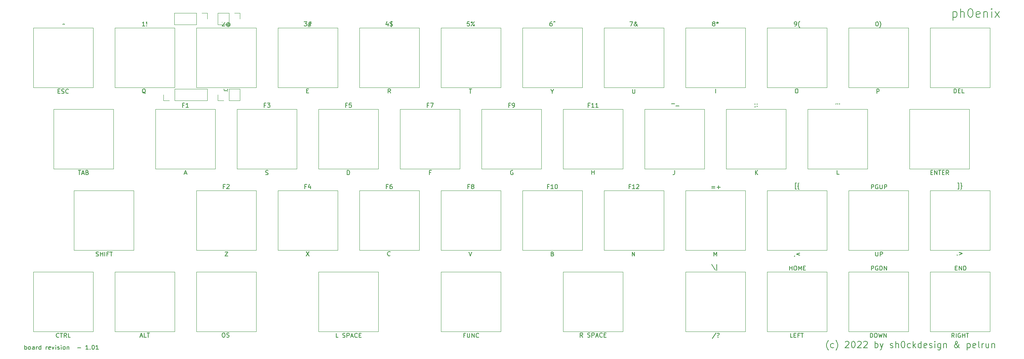
<source format=gto>
G04 #@! TF.GenerationSoftware,KiCad,Pcbnew,(6.0.2-0)*
G04 #@! TF.CreationDate,2022-07-23T12:51:23+10:00*
G04 #@! TF.ProjectId,keyboard-with-attached-pico,6b657962-6f61-4726-942d-776974682d61,1.01*
G04 #@! TF.SameCoordinates,Original*
G04 #@! TF.FileFunction,Legend,Top*
G04 #@! TF.FilePolarity,Positive*
%FSLAX46Y46*%
G04 Gerber Fmt 4.6, Leading zero omitted, Abs format (unit mm)*
G04 Created by KiCad (PCBNEW (6.0.2-0)) date 2022-07-23 12:51:23*
%MOMM*%
%LPD*%
G01*
G04 APERTURE LIST*
%ADD10C,0.150000*%
%ADD11C,0.120000*%
%ADD12C,1.700000*%
%ADD13C,4.000000*%
%ADD14C,2.200000*%
%ADD15C,3.200000*%
%ADD16R,1.700000X1.700000*%
%ADD17O,1.700000X1.700000*%
%ADD18C,3.050000*%
G04 APERTURE END LIST*
D10*
X98338761Y-193238380D02*
X98338761Y-192238380D01*
X98338761Y-192619333D02*
X98434000Y-192571714D01*
X98624476Y-192571714D01*
X98719714Y-192619333D01*
X98767333Y-192666952D01*
X98814952Y-192762190D01*
X98814952Y-193047904D01*
X98767333Y-193143142D01*
X98719714Y-193190761D01*
X98624476Y-193238380D01*
X98434000Y-193238380D01*
X98338761Y-193190761D01*
X99386380Y-193238380D02*
X99291142Y-193190761D01*
X99243523Y-193143142D01*
X99195904Y-193047904D01*
X99195904Y-192762190D01*
X99243523Y-192666952D01*
X99291142Y-192619333D01*
X99386380Y-192571714D01*
X99529238Y-192571714D01*
X99624476Y-192619333D01*
X99672095Y-192666952D01*
X99719714Y-192762190D01*
X99719714Y-193047904D01*
X99672095Y-193143142D01*
X99624476Y-193190761D01*
X99529238Y-193238380D01*
X99386380Y-193238380D01*
X100576857Y-193238380D02*
X100576857Y-192714571D01*
X100529238Y-192619333D01*
X100434000Y-192571714D01*
X100243523Y-192571714D01*
X100148285Y-192619333D01*
X100576857Y-193190761D02*
X100481619Y-193238380D01*
X100243523Y-193238380D01*
X100148285Y-193190761D01*
X100100666Y-193095523D01*
X100100666Y-193000285D01*
X100148285Y-192905047D01*
X100243523Y-192857428D01*
X100481619Y-192857428D01*
X100576857Y-192809809D01*
X101053047Y-193238380D02*
X101053047Y-192571714D01*
X101053047Y-192762190D02*
X101100666Y-192666952D01*
X101148285Y-192619333D01*
X101243523Y-192571714D01*
X101338761Y-192571714D01*
X102100666Y-193238380D02*
X102100666Y-192238380D01*
X102100666Y-193190761D02*
X102005428Y-193238380D01*
X101814952Y-193238380D01*
X101719714Y-193190761D01*
X101672095Y-193143142D01*
X101624476Y-193047904D01*
X101624476Y-192762190D01*
X101672095Y-192666952D01*
X101719714Y-192619333D01*
X101814952Y-192571714D01*
X102005428Y-192571714D01*
X102100666Y-192619333D01*
X103338761Y-193238380D02*
X103338761Y-192571714D01*
X103338761Y-192762190D02*
X103386380Y-192666952D01*
X103434000Y-192619333D01*
X103529238Y-192571714D01*
X103624476Y-192571714D01*
X104338761Y-193190761D02*
X104243523Y-193238380D01*
X104053047Y-193238380D01*
X103957809Y-193190761D01*
X103910190Y-193095523D01*
X103910190Y-192714571D01*
X103957809Y-192619333D01*
X104053047Y-192571714D01*
X104243523Y-192571714D01*
X104338761Y-192619333D01*
X104386380Y-192714571D01*
X104386380Y-192809809D01*
X103910190Y-192905047D01*
X104719714Y-192571714D02*
X104957809Y-193238380D01*
X105195904Y-192571714D01*
X105576857Y-193238380D02*
X105576857Y-192571714D01*
X105576857Y-192238380D02*
X105529238Y-192286000D01*
X105576857Y-192333619D01*
X105624476Y-192286000D01*
X105576857Y-192238380D01*
X105576857Y-192333619D01*
X106005428Y-193190761D02*
X106100666Y-193238380D01*
X106291142Y-193238380D01*
X106386380Y-193190761D01*
X106434000Y-193095523D01*
X106434000Y-193047904D01*
X106386380Y-192952666D01*
X106291142Y-192905047D01*
X106148285Y-192905047D01*
X106053047Y-192857428D01*
X106005428Y-192762190D01*
X106005428Y-192714571D01*
X106053047Y-192619333D01*
X106148285Y-192571714D01*
X106291142Y-192571714D01*
X106386380Y-192619333D01*
X106862571Y-193238380D02*
X106862571Y-192571714D01*
X106862571Y-192238380D02*
X106814952Y-192286000D01*
X106862571Y-192333619D01*
X106910190Y-192286000D01*
X106862571Y-192238380D01*
X106862571Y-192333619D01*
X107481619Y-193238380D02*
X107386380Y-193190761D01*
X107338761Y-193143142D01*
X107291142Y-193047904D01*
X107291142Y-192762190D01*
X107338761Y-192666952D01*
X107386380Y-192619333D01*
X107481619Y-192571714D01*
X107624476Y-192571714D01*
X107719714Y-192619333D01*
X107767333Y-192666952D01*
X107814952Y-192762190D01*
X107814952Y-193047904D01*
X107767333Y-193143142D01*
X107719714Y-193190761D01*
X107624476Y-193238380D01*
X107481619Y-193238380D01*
X108243523Y-192571714D02*
X108243523Y-193238380D01*
X108243523Y-192666952D02*
X108291142Y-192619333D01*
X108386380Y-192571714D01*
X108529238Y-192571714D01*
X108624476Y-192619333D01*
X108672095Y-192714571D01*
X108672095Y-193238380D01*
X110672095Y-192857428D02*
X111434000Y-192857428D01*
X113195904Y-193238380D02*
X112624476Y-193238380D01*
X112910190Y-193238380D02*
X112910190Y-192238380D01*
X112814952Y-192381238D01*
X112719714Y-192476476D01*
X112624476Y-192524095D01*
X113624476Y-193143142D02*
X113672095Y-193190761D01*
X113624476Y-193238380D01*
X113576857Y-193190761D01*
X113624476Y-193143142D01*
X113624476Y-193238380D01*
X114291142Y-192238380D02*
X114386380Y-192238380D01*
X114481619Y-192286000D01*
X114529238Y-192333619D01*
X114576857Y-192428857D01*
X114624476Y-192619333D01*
X114624476Y-192857428D01*
X114576857Y-193047904D01*
X114529238Y-193143142D01*
X114481619Y-193190761D01*
X114386380Y-193238380D01*
X114291142Y-193238380D01*
X114195904Y-193190761D01*
X114148285Y-193143142D01*
X114100666Y-193047904D01*
X114053047Y-192857428D01*
X114053047Y-192619333D01*
X114100666Y-192428857D01*
X114148285Y-192333619D01*
X114195904Y-192286000D01*
X114291142Y-192238380D01*
X115576857Y-193238380D02*
X115005428Y-193238380D01*
X115291142Y-193238380D02*
X115291142Y-192238380D01*
X115195904Y-192381238D01*
X115100666Y-192476476D01*
X115005428Y-192524095D01*
X315214666Y-114125428D02*
X315214666Y-116125428D01*
X315214666Y-114220666D02*
X315405142Y-114125428D01*
X315786095Y-114125428D01*
X315976571Y-114220666D01*
X316071809Y-114315904D01*
X316167047Y-114506380D01*
X316167047Y-115077809D01*
X316071809Y-115268285D01*
X315976571Y-115363523D01*
X315786095Y-115458761D01*
X315405142Y-115458761D01*
X315214666Y-115363523D01*
X317024190Y-115458761D02*
X317024190Y-113458761D01*
X317881333Y-115458761D02*
X317881333Y-114411142D01*
X317786095Y-114220666D01*
X317595619Y-114125428D01*
X317309904Y-114125428D01*
X317119428Y-114220666D01*
X317024190Y-114315904D01*
X319214666Y-113458761D02*
X319405142Y-113458761D01*
X319595619Y-113554000D01*
X319690857Y-113649238D01*
X319786095Y-113839714D01*
X319881333Y-114220666D01*
X319881333Y-114696857D01*
X319786095Y-115077809D01*
X319690857Y-115268285D01*
X319595619Y-115363523D01*
X319405142Y-115458761D01*
X319214666Y-115458761D01*
X319024190Y-115363523D01*
X318928952Y-115268285D01*
X318833714Y-115077809D01*
X318738476Y-114696857D01*
X318738476Y-114220666D01*
X318833714Y-113839714D01*
X318928952Y-113649238D01*
X319024190Y-113554000D01*
X319214666Y-113458761D01*
X321500380Y-115363523D02*
X321309904Y-115458761D01*
X320928952Y-115458761D01*
X320738476Y-115363523D01*
X320643238Y-115173047D01*
X320643238Y-114411142D01*
X320738476Y-114220666D01*
X320928952Y-114125428D01*
X321309904Y-114125428D01*
X321500380Y-114220666D01*
X321595619Y-114411142D01*
X321595619Y-114601619D01*
X320643238Y-114792095D01*
X322452761Y-114125428D02*
X322452761Y-115458761D01*
X322452761Y-114315904D02*
X322548000Y-114220666D01*
X322738476Y-114125428D01*
X323024190Y-114125428D01*
X323214666Y-114220666D01*
X323309904Y-114411142D01*
X323309904Y-115458761D01*
X324262285Y-115458761D02*
X324262285Y-114125428D01*
X324262285Y-113458761D02*
X324167047Y-113554000D01*
X324262285Y-113649238D01*
X324357523Y-113554000D01*
X324262285Y-113458761D01*
X324262285Y-113649238D01*
X325024190Y-115458761D02*
X326071809Y-114125428D01*
X325024190Y-114125428D02*
X326071809Y-115458761D01*
X286150297Y-193412046D02*
X286078869Y-193340617D01*
X285936011Y-193126331D01*
X285864583Y-192983474D01*
X285793154Y-192769188D01*
X285721726Y-192412046D01*
X285721726Y-192126331D01*
X285793154Y-191769188D01*
X285864583Y-191554903D01*
X285936011Y-191412046D01*
X286078869Y-191197760D01*
X286150297Y-191126331D01*
X287364583Y-192769188D02*
X287221726Y-192840617D01*
X286936011Y-192840617D01*
X286793154Y-192769188D01*
X286721726Y-192697760D01*
X286650297Y-192554903D01*
X286650297Y-192126331D01*
X286721726Y-191983474D01*
X286793154Y-191912046D01*
X286936011Y-191840617D01*
X287221726Y-191840617D01*
X287364583Y-191912046D01*
X287864583Y-193412046D02*
X287936011Y-193340617D01*
X288078869Y-193126331D01*
X288150297Y-192983474D01*
X288221726Y-192769188D01*
X288293154Y-192412046D01*
X288293154Y-192126331D01*
X288221726Y-191769188D01*
X288150297Y-191554903D01*
X288078869Y-191412046D01*
X287936011Y-191197760D01*
X287864583Y-191126331D01*
X290078869Y-191483474D02*
X290150297Y-191412046D01*
X290293154Y-191340617D01*
X290650297Y-191340617D01*
X290793154Y-191412046D01*
X290864583Y-191483474D01*
X290936011Y-191626331D01*
X290936011Y-191769188D01*
X290864583Y-191983474D01*
X290007440Y-192840617D01*
X290936011Y-192840617D01*
X291864583Y-191340617D02*
X292007440Y-191340617D01*
X292150297Y-191412046D01*
X292221726Y-191483474D01*
X292293154Y-191626331D01*
X292364583Y-191912046D01*
X292364583Y-192269188D01*
X292293154Y-192554903D01*
X292221726Y-192697760D01*
X292150297Y-192769188D01*
X292007440Y-192840617D01*
X291864583Y-192840617D01*
X291721726Y-192769188D01*
X291650297Y-192697760D01*
X291578869Y-192554903D01*
X291507440Y-192269188D01*
X291507440Y-191912046D01*
X291578869Y-191626331D01*
X291650297Y-191483474D01*
X291721726Y-191412046D01*
X291864583Y-191340617D01*
X292936011Y-191483474D02*
X293007440Y-191412046D01*
X293150297Y-191340617D01*
X293507440Y-191340617D01*
X293650297Y-191412046D01*
X293721726Y-191483474D01*
X293793154Y-191626331D01*
X293793154Y-191769188D01*
X293721726Y-191983474D01*
X292864583Y-192840617D01*
X293793154Y-192840617D01*
X294364583Y-191483474D02*
X294436011Y-191412046D01*
X294578869Y-191340617D01*
X294936011Y-191340617D01*
X295078869Y-191412046D01*
X295150297Y-191483474D01*
X295221726Y-191626331D01*
X295221726Y-191769188D01*
X295150297Y-191983474D01*
X294293154Y-192840617D01*
X295221726Y-192840617D01*
X297007440Y-192840617D02*
X297007440Y-191340617D01*
X297007440Y-191912046D02*
X297150297Y-191840617D01*
X297436011Y-191840617D01*
X297578869Y-191912046D01*
X297650297Y-191983474D01*
X297721726Y-192126331D01*
X297721726Y-192554903D01*
X297650297Y-192697760D01*
X297578869Y-192769188D01*
X297436011Y-192840617D01*
X297150297Y-192840617D01*
X297007440Y-192769188D01*
X298221726Y-191840617D02*
X298578869Y-192840617D01*
X298936011Y-191840617D02*
X298578869Y-192840617D01*
X298436011Y-193197760D01*
X298364583Y-193269188D01*
X298221726Y-193340617D01*
X300578869Y-192769188D02*
X300721726Y-192840617D01*
X301007440Y-192840617D01*
X301150297Y-192769188D01*
X301221726Y-192626331D01*
X301221726Y-192554903D01*
X301150297Y-192412046D01*
X301007440Y-192340617D01*
X300793154Y-192340617D01*
X300650297Y-192269188D01*
X300578869Y-192126331D01*
X300578869Y-192054903D01*
X300650297Y-191912046D01*
X300793154Y-191840617D01*
X301007440Y-191840617D01*
X301150297Y-191912046D01*
X301864583Y-192840617D02*
X301864583Y-191340617D01*
X302507440Y-192840617D02*
X302507440Y-192054903D01*
X302436011Y-191912046D01*
X302293154Y-191840617D01*
X302078869Y-191840617D01*
X301936011Y-191912046D01*
X301864583Y-191983474D01*
X303507440Y-191340617D02*
X303650297Y-191340617D01*
X303793154Y-191412046D01*
X303864583Y-191483474D01*
X303936011Y-191626331D01*
X304007440Y-191912046D01*
X304007440Y-192269188D01*
X303936011Y-192554903D01*
X303864583Y-192697760D01*
X303793154Y-192769188D01*
X303650297Y-192840617D01*
X303507440Y-192840617D01*
X303364583Y-192769188D01*
X303293154Y-192697760D01*
X303221726Y-192554903D01*
X303150297Y-192269188D01*
X303150297Y-191912046D01*
X303221726Y-191626331D01*
X303293154Y-191483474D01*
X303364583Y-191412046D01*
X303507440Y-191340617D01*
X305293154Y-192769188D02*
X305150297Y-192840617D01*
X304864583Y-192840617D01*
X304721726Y-192769188D01*
X304650297Y-192697760D01*
X304578869Y-192554903D01*
X304578869Y-192126331D01*
X304650297Y-191983474D01*
X304721726Y-191912046D01*
X304864583Y-191840617D01*
X305150297Y-191840617D01*
X305293154Y-191912046D01*
X305936011Y-192840617D02*
X305936011Y-191340617D01*
X306078869Y-192269188D02*
X306507440Y-192840617D01*
X306507440Y-191840617D02*
X305936011Y-192412046D01*
X307793154Y-192840617D02*
X307793154Y-191340617D01*
X307793154Y-192769188D02*
X307650297Y-192840617D01*
X307364583Y-192840617D01*
X307221726Y-192769188D01*
X307150297Y-192697760D01*
X307078869Y-192554903D01*
X307078869Y-192126331D01*
X307150297Y-191983474D01*
X307221726Y-191912046D01*
X307364583Y-191840617D01*
X307650297Y-191840617D01*
X307793154Y-191912046D01*
X309078869Y-192769188D02*
X308936011Y-192840617D01*
X308650297Y-192840617D01*
X308507440Y-192769188D01*
X308436011Y-192626331D01*
X308436011Y-192054903D01*
X308507440Y-191912046D01*
X308650297Y-191840617D01*
X308936011Y-191840617D01*
X309078869Y-191912046D01*
X309150297Y-192054903D01*
X309150297Y-192197760D01*
X308436011Y-192340617D01*
X309721726Y-192769188D02*
X309864583Y-192840617D01*
X310150297Y-192840617D01*
X310293154Y-192769188D01*
X310364583Y-192626331D01*
X310364583Y-192554903D01*
X310293154Y-192412046D01*
X310150297Y-192340617D01*
X309936011Y-192340617D01*
X309793154Y-192269188D01*
X309721726Y-192126331D01*
X309721726Y-192054903D01*
X309793154Y-191912046D01*
X309936011Y-191840617D01*
X310150297Y-191840617D01*
X310293154Y-191912046D01*
X311007440Y-192840617D02*
X311007440Y-191840617D01*
X311007440Y-191340617D02*
X310936011Y-191412046D01*
X311007440Y-191483474D01*
X311078869Y-191412046D01*
X311007440Y-191340617D01*
X311007440Y-191483474D01*
X312364583Y-191840617D02*
X312364583Y-193054903D01*
X312293154Y-193197760D01*
X312221726Y-193269188D01*
X312078869Y-193340617D01*
X311864583Y-193340617D01*
X311721726Y-193269188D01*
X312364583Y-192769188D02*
X312221726Y-192840617D01*
X311936011Y-192840617D01*
X311793154Y-192769188D01*
X311721726Y-192697760D01*
X311650297Y-192554903D01*
X311650297Y-192126331D01*
X311721726Y-191983474D01*
X311793154Y-191912046D01*
X311936011Y-191840617D01*
X312221726Y-191840617D01*
X312364583Y-191912046D01*
X313078869Y-191840617D02*
X313078869Y-192840617D01*
X313078869Y-191983474D02*
X313150297Y-191912046D01*
X313293154Y-191840617D01*
X313507440Y-191840617D01*
X313650297Y-191912046D01*
X313721726Y-192054903D01*
X313721726Y-192840617D01*
X316793154Y-192840617D02*
X316721726Y-192840617D01*
X316578869Y-192769188D01*
X316364583Y-192554903D01*
X316007440Y-192126331D01*
X315864583Y-191912046D01*
X315793154Y-191697760D01*
X315793154Y-191554903D01*
X315864583Y-191412046D01*
X316007440Y-191340617D01*
X316078869Y-191340617D01*
X316221726Y-191412046D01*
X316293154Y-191554903D01*
X316293154Y-191626331D01*
X316221726Y-191769188D01*
X316150297Y-191840617D01*
X315721726Y-192126331D01*
X315650297Y-192197760D01*
X315578869Y-192340617D01*
X315578869Y-192554903D01*
X315650297Y-192697760D01*
X315721726Y-192769188D01*
X315864583Y-192840617D01*
X316078869Y-192840617D01*
X316221726Y-192769188D01*
X316293154Y-192697760D01*
X316507440Y-192412046D01*
X316578869Y-192197760D01*
X316578869Y-192054903D01*
X318578869Y-191840617D02*
X318578869Y-193340617D01*
X318578869Y-191912046D02*
X318721726Y-191840617D01*
X319007440Y-191840617D01*
X319150297Y-191912046D01*
X319221726Y-191983474D01*
X319293154Y-192126331D01*
X319293154Y-192554903D01*
X319221726Y-192697760D01*
X319150297Y-192769188D01*
X319007440Y-192840617D01*
X318721726Y-192840617D01*
X318578869Y-192769188D01*
X320507440Y-192769188D02*
X320364583Y-192840617D01*
X320078869Y-192840617D01*
X319936011Y-192769188D01*
X319864583Y-192626331D01*
X319864583Y-192054903D01*
X319936011Y-191912046D01*
X320078869Y-191840617D01*
X320364583Y-191840617D01*
X320507440Y-191912046D01*
X320578869Y-192054903D01*
X320578869Y-192197760D01*
X319864583Y-192340617D01*
X321436011Y-192840617D02*
X321293154Y-192769188D01*
X321221726Y-192626331D01*
X321221726Y-191340617D01*
X322007440Y-192840617D02*
X322007440Y-191840617D01*
X322007440Y-192126331D02*
X322078869Y-191983474D01*
X322150297Y-191912046D01*
X322293154Y-191840617D01*
X322436011Y-191840617D01*
X323578869Y-191840617D02*
X323578869Y-192840617D01*
X322936011Y-191840617D02*
X322936011Y-192626331D01*
X323007440Y-192769188D01*
X323150297Y-192840617D01*
X323364583Y-192840617D01*
X323507440Y-192769188D01*
X323578869Y-192697760D01*
X324293154Y-191840617D02*
X324293154Y-192840617D01*
X324293154Y-191983474D02*
X324364583Y-191912046D01*
X324507440Y-191840617D01*
X324721726Y-191840617D01*
X324864583Y-191912046D01*
X324936011Y-192054903D01*
X324936011Y-192840617D01*
X249428095Y-135707428D02*
X250190000Y-135707428D01*
X250428095Y-136183619D02*
X251190000Y-136183619D01*
X296156285Y-174696380D02*
X296156285Y-173696380D01*
X296537238Y-173696380D01*
X296632476Y-173744000D01*
X296680095Y-173791619D01*
X296727714Y-173886857D01*
X296727714Y-174029714D01*
X296680095Y-174124952D01*
X296632476Y-174172571D01*
X296537238Y-174220190D01*
X296156285Y-174220190D01*
X297680095Y-173744000D02*
X297584857Y-173696380D01*
X297442000Y-173696380D01*
X297299142Y-173744000D01*
X297203904Y-173839238D01*
X297156285Y-173934476D01*
X297108666Y-174124952D01*
X297108666Y-174267809D01*
X297156285Y-174458285D01*
X297203904Y-174553523D01*
X297299142Y-174648761D01*
X297442000Y-174696380D01*
X297537238Y-174696380D01*
X297680095Y-174648761D01*
X297727714Y-174601142D01*
X297727714Y-174267809D01*
X297537238Y-174267809D01*
X298156285Y-174696380D02*
X298156285Y-173696380D01*
X298394380Y-173696380D01*
X298537238Y-173744000D01*
X298632476Y-173839238D01*
X298680095Y-173934476D01*
X298727714Y-174124952D01*
X298727714Y-174267809D01*
X298680095Y-174458285D01*
X298632476Y-174553523D01*
X298537238Y-174648761D01*
X298394380Y-174696380D01*
X298156285Y-174696380D01*
X299156285Y-174696380D02*
X299156285Y-173696380D01*
X299727714Y-174696380D01*
X299727714Y-173696380D01*
X287956666Y-135596380D02*
X287861428Y-135786857D01*
X288337619Y-135596380D02*
X288337619Y-135786857D01*
X288718571Y-135596380D02*
X288718571Y-135786857D01*
X315753904Y-174172571D02*
X316087238Y-174172571D01*
X316230095Y-174696380D02*
X315753904Y-174696380D01*
X315753904Y-173696380D01*
X316230095Y-173696380D01*
X316658666Y-174696380D02*
X316658666Y-173696380D01*
X317230095Y-174696380D01*
X317230095Y-173696380D01*
X317706285Y-174696380D02*
X317706285Y-173696380D01*
X317944380Y-173696380D01*
X318087238Y-173744000D01*
X318182476Y-173839238D01*
X318230095Y-173934476D01*
X318277714Y-174124952D01*
X318277714Y-174267809D01*
X318230095Y-174458285D01*
X318182476Y-174553523D01*
X318087238Y-174648761D01*
X317944380Y-174696380D01*
X317706285Y-174696380D01*
X106109523Y-132758571D02*
X106442857Y-132758571D01*
X106585714Y-133282380D02*
X106109523Y-133282380D01*
X106109523Y-132282380D01*
X106585714Y-132282380D01*
X106966666Y-133234761D02*
X107109523Y-133282380D01*
X107347619Y-133282380D01*
X107442857Y-133234761D01*
X107490476Y-133187142D01*
X107538095Y-133091904D01*
X107538095Y-132996666D01*
X107490476Y-132901428D01*
X107442857Y-132853809D01*
X107347619Y-132806190D01*
X107157142Y-132758571D01*
X107061904Y-132710952D01*
X107014285Y-132663333D01*
X106966666Y-132568095D01*
X106966666Y-132472857D01*
X107014285Y-132377619D01*
X107061904Y-132330000D01*
X107157142Y-132282380D01*
X107395238Y-132282380D01*
X107538095Y-132330000D01*
X108538095Y-133187142D02*
X108490476Y-133234761D01*
X108347619Y-133282380D01*
X108252380Y-133282380D01*
X108109523Y-133234761D01*
X108014285Y-133139523D01*
X107966666Y-133044285D01*
X107919047Y-132853809D01*
X107919047Y-132710952D01*
X107966666Y-132520476D01*
X108014285Y-132425238D01*
X108109523Y-132330000D01*
X108252380Y-132282380D01*
X108347619Y-132282380D01*
X108490476Y-132330000D01*
X108538095Y-132377619D01*
X212391904Y-151380000D02*
X212296666Y-151332380D01*
X212153809Y-151332380D01*
X212010952Y-151380000D01*
X211915714Y-151475238D01*
X211868095Y-151570476D01*
X211820476Y-151760952D01*
X211820476Y-151903809D01*
X211868095Y-152094285D01*
X211915714Y-152189523D01*
X212010952Y-152284761D01*
X212153809Y-152332380D01*
X212249047Y-152332380D01*
X212391904Y-152284761D01*
X212439523Y-152237142D01*
X212439523Y-151903809D01*
X212249047Y-151903809D01*
X277058666Y-174696380D02*
X277058666Y-173696380D01*
X277058666Y-174172571D02*
X277630095Y-174172571D01*
X277630095Y-174696380D02*
X277630095Y-173696380D01*
X278296761Y-173696380D02*
X278487238Y-173696380D01*
X278582476Y-173744000D01*
X278677714Y-173839238D01*
X278725333Y-174029714D01*
X278725333Y-174363047D01*
X278677714Y-174553523D01*
X278582476Y-174648761D01*
X278487238Y-174696380D01*
X278296761Y-174696380D01*
X278201523Y-174648761D01*
X278106285Y-174553523D01*
X278058666Y-174363047D01*
X278058666Y-174029714D01*
X278106285Y-173839238D01*
X278201523Y-173744000D01*
X278296761Y-173696380D01*
X279153904Y-174696380D02*
X279153904Y-173696380D01*
X279487238Y-174410666D01*
X279820571Y-173696380D01*
X279820571Y-174696380D01*
X280296761Y-174172571D02*
X280630095Y-174172571D01*
X280772952Y-174696380D02*
X280296761Y-174696380D01*
X280296761Y-173696380D01*
X280772952Y-173696380D01*
X126550952Y-133307619D02*
X126455714Y-133260000D01*
X126360476Y-133164761D01*
X126217619Y-133021904D01*
X126122380Y-132974285D01*
X126027142Y-132974285D01*
X126074761Y-133212380D02*
X125979523Y-133164761D01*
X125884285Y-133069523D01*
X125836666Y-132879047D01*
X125836666Y-132545714D01*
X125884285Y-132355238D01*
X125979523Y-132260000D01*
X126074761Y-132212380D01*
X126265238Y-132212380D01*
X126360476Y-132260000D01*
X126455714Y-132355238D01*
X126503333Y-132545714D01*
X126503333Y-132879047D01*
X126455714Y-133069523D01*
X126360476Y-133164761D01*
X126265238Y-133212380D01*
X126074761Y-133212380D01*
X240284285Y-171392380D02*
X240284285Y-170392380D01*
X240855714Y-171392380D01*
X240855714Y-170392380D01*
X269049523Y-136294761D02*
X269049523Y-136342380D01*
X269001904Y-136437619D01*
X268954285Y-136485238D01*
X269001904Y-135723333D02*
X269049523Y-135770952D01*
X269001904Y-135818571D01*
X268954285Y-135770952D01*
X269001904Y-135723333D01*
X269001904Y-135818571D01*
X269478095Y-136247142D02*
X269525714Y-136294761D01*
X269478095Y-136342380D01*
X269430476Y-136294761D01*
X269478095Y-136247142D01*
X269478095Y-136342380D01*
X269478095Y-135723333D02*
X269525714Y-135770952D01*
X269478095Y-135818571D01*
X269430476Y-135770952D01*
X269478095Y-135723333D01*
X269478095Y-135818571D01*
X221610000Y-132826190D02*
X221610000Y-133302380D01*
X221276666Y-132302380D02*
X221610000Y-132826190D01*
X221943333Y-132302380D01*
X221661428Y-170868571D02*
X221804285Y-170916190D01*
X221851904Y-170963809D01*
X221899523Y-171059047D01*
X221899523Y-171201904D01*
X221851904Y-171297142D01*
X221804285Y-171344761D01*
X221709047Y-171392380D01*
X221328095Y-171392380D01*
X221328095Y-170392380D01*
X221661428Y-170392380D01*
X221756666Y-170440000D01*
X221804285Y-170487619D01*
X221851904Y-170582857D01*
X221851904Y-170678095D01*
X221804285Y-170773333D01*
X221756666Y-170820952D01*
X221661428Y-170868571D01*
X221328095Y-170868571D01*
X154624285Y-152284761D02*
X154767142Y-152332380D01*
X155005238Y-152332380D01*
X155100476Y-152284761D01*
X155148095Y-152237142D01*
X155195714Y-152141904D01*
X155195714Y-152046666D01*
X155148095Y-151951428D01*
X155100476Y-151903809D01*
X155005238Y-151856190D01*
X154814761Y-151808571D01*
X154719523Y-151760952D01*
X154671904Y-151713333D01*
X154624285Y-151618095D01*
X154624285Y-151522857D01*
X154671904Y-151427619D01*
X154719523Y-151380000D01*
X154814761Y-151332380D01*
X155052857Y-151332380D01*
X155195714Y-151380000D01*
X230834285Y-152262380D02*
X230834285Y-151262380D01*
X230834285Y-151738571D02*
X231405714Y-151738571D01*
X231405714Y-152262380D02*
X231405714Y-151262380D01*
X278248571Y-171274761D02*
X278248571Y-171322380D01*
X278200952Y-171417619D01*
X278153333Y-171465238D01*
X279439047Y-170655714D02*
X278677142Y-170941428D01*
X279439047Y-171227142D01*
X144911428Y-132212380D02*
X145149523Y-133212380D01*
X145340000Y-132498095D01*
X145530476Y-133212380D01*
X145768571Y-132212380D01*
X135711904Y-151976666D02*
X136188095Y-151976666D01*
X135616666Y-152262380D02*
X135950000Y-151262380D01*
X136283333Y-152262380D01*
X164205714Y-132688571D02*
X164539047Y-132688571D01*
X164681904Y-133212380D02*
X164205714Y-133212380D01*
X164205714Y-132212380D01*
X164681904Y-132212380D01*
X296156285Y-155646380D02*
X296156285Y-154646380D01*
X296537238Y-154646380D01*
X296632476Y-154694000D01*
X296680095Y-154741619D01*
X296727714Y-154836857D01*
X296727714Y-154979714D01*
X296680095Y-155074952D01*
X296632476Y-155122571D01*
X296537238Y-155170190D01*
X296156285Y-155170190D01*
X297680095Y-154694000D02*
X297584857Y-154646380D01*
X297442000Y-154646380D01*
X297299142Y-154694000D01*
X297203904Y-154789238D01*
X297156285Y-154884476D01*
X297108666Y-155074952D01*
X297108666Y-155217809D01*
X297156285Y-155408285D01*
X297203904Y-155503523D01*
X297299142Y-155598761D01*
X297442000Y-155646380D01*
X297537238Y-155646380D01*
X297680095Y-155598761D01*
X297727714Y-155551142D01*
X297727714Y-155217809D01*
X297537238Y-155217809D01*
X298156285Y-154646380D02*
X298156285Y-155455904D01*
X298203904Y-155551142D01*
X298251523Y-155598761D01*
X298346761Y-155646380D01*
X298537238Y-155646380D01*
X298632476Y-155598761D01*
X298680095Y-155551142D01*
X298727714Y-155455904D01*
X298727714Y-154646380D01*
X299203904Y-155646380D02*
X299203904Y-154646380D01*
X299584857Y-154646380D01*
X299680095Y-154694000D01*
X299727714Y-154741619D01*
X299775333Y-154836857D01*
X299775333Y-154979714D01*
X299727714Y-155074952D01*
X299680095Y-155122571D01*
X299584857Y-155170190D01*
X299203904Y-155170190D01*
X164096666Y-170322380D02*
X164763333Y-171322380D01*
X164763333Y-170322380D02*
X164096666Y-171322380D01*
X202204285Y-132282380D02*
X202775714Y-132282380D01*
X202490000Y-133282380D02*
X202490000Y-132282380D01*
X145116666Y-170392380D02*
X145783333Y-170392380D01*
X145116666Y-171392380D01*
X145783333Y-171392380D01*
X193222857Y-151808571D02*
X192889523Y-151808571D01*
X192889523Y-152332380D02*
X192889523Y-151332380D01*
X193365714Y-151332380D01*
X316240952Y-171087142D02*
X316288571Y-171134761D01*
X316240952Y-171182380D01*
X316193333Y-171134761D01*
X316240952Y-171087142D01*
X316240952Y-171182380D01*
X316717142Y-170515714D02*
X317479047Y-170801428D01*
X316717142Y-171087142D01*
X240354285Y-132302380D02*
X240354285Y-133111904D01*
X240401904Y-133207142D01*
X240449523Y-133254761D01*
X240544761Y-133302380D01*
X240735238Y-133302380D01*
X240830476Y-133254761D01*
X240878095Y-133207142D01*
X240925714Y-133111904D01*
X240925714Y-132302380D01*
X297428095Y-133282380D02*
X297428095Y-132282380D01*
X297809047Y-132282380D01*
X297904285Y-132330000D01*
X297951904Y-132377619D01*
X297999523Y-132472857D01*
X297999523Y-132615714D01*
X297951904Y-132710952D01*
X297904285Y-132758571D01*
X297809047Y-132806190D01*
X297428095Y-132806190D01*
X259842000Y-189396761D02*
X258984857Y-190682476D01*
X260318190Y-190349142D02*
X260365809Y-190396761D01*
X260318190Y-190444380D01*
X260270571Y-190396761D01*
X260318190Y-190349142D01*
X260318190Y-190444380D01*
X260127714Y-189492000D02*
X260222952Y-189444380D01*
X260461047Y-189444380D01*
X260556285Y-189492000D01*
X260603904Y-189587238D01*
X260603904Y-189682476D01*
X260556285Y-189777714D01*
X260508666Y-189825333D01*
X260413428Y-189872952D01*
X260365809Y-189920571D01*
X260318190Y-190015809D01*
X260318190Y-190063428D01*
X183729523Y-171227142D02*
X183681904Y-171274761D01*
X183539047Y-171322380D01*
X183443809Y-171322380D01*
X183300952Y-171274761D01*
X183205714Y-171179523D01*
X183158095Y-171084285D01*
X183110476Y-170893809D01*
X183110476Y-170750952D01*
X183158095Y-170560476D01*
X183205714Y-170465238D01*
X183300952Y-170370000D01*
X183443809Y-170322380D01*
X183539047Y-170322380D01*
X183681904Y-170370000D01*
X183729523Y-170417619D01*
X202136666Y-170392380D02*
X202470000Y-171392380D01*
X202803333Y-170392380D01*
X258842000Y-155122571D02*
X259603904Y-155122571D01*
X259603904Y-155408285D02*
X258842000Y-155408285D01*
X260080095Y-155265428D02*
X260842000Y-155265428D01*
X260461047Y-155646380D02*
X260461047Y-154884476D01*
X183819523Y-133212380D02*
X183486190Y-132736190D01*
X183248095Y-133212380D02*
X183248095Y-132212380D01*
X183629047Y-132212380D01*
X183724285Y-132260000D01*
X183771904Y-132307619D01*
X183819523Y-132402857D01*
X183819523Y-132545714D01*
X183771904Y-132640952D01*
X183724285Y-132688571D01*
X183629047Y-132736190D01*
X183248095Y-132736190D01*
X259760000Y-133212380D02*
X259760000Y-132212380D01*
X173698095Y-152332380D02*
X173698095Y-151332380D01*
X173936190Y-151332380D01*
X174079047Y-151380000D01*
X174174285Y-151475238D01*
X174221904Y-151570476D01*
X174269523Y-151760952D01*
X174269523Y-151903809D01*
X174221904Y-152094285D01*
X174174285Y-152189523D01*
X174079047Y-152284761D01*
X173936190Y-152332380D01*
X173698095Y-152332380D01*
X278614761Y-132212380D02*
X278805238Y-132212380D01*
X278900476Y-132260000D01*
X278995714Y-132355238D01*
X279043333Y-132545714D01*
X279043333Y-132879047D01*
X278995714Y-133069523D01*
X278900476Y-133164761D01*
X278805238Y-133212380D01*
X278614761Y-133212380D01*
X278519523Y-133164761D01*
X278424285Y-133069523D01*
X278376666Y-132879047D01*
X278376666Y-132545714D01*
X278424285Y-132355238D01*
X278519523Y-132260000D01*
X278614761Y-132212380D01*
X106862619Y-116450761D02*
X107005476Y-116593619D01*
X107243571Y-117117428D02*
X107291190Y-117069809D01*
X107386428Y-117022190D01*
X107576904Y-117117428D01*
X107672142Y-117069809D01*
X107719761Y-117022190D01*
X126412619Y-117498380D02*
X125841190Y-117498380D01*
X126126904Y-117498380D02*
X126126904Y-116498380D01*
X126031666Y-116641238D01*
X125936428Y-116736476D01*
X125841190Y-116784095D01*
X126841190Y-117403142D02*
X126888809Y-117450761D01*
X126841190Y-117498380D01*
X126793571Y-117450761D01*
X126841190Y-117403142D01*
X126841190Y-117498380D01*
X126841190Y-117117428D02*
X126793571Y-116546000D01*
X126841190Y-116498380D01*
X126888809Y-116546000D01*
X126841190Y-117117428D01*
X126841190Y-116498380D01*
X315470952Y-133212380D02*
X315470952Y-132212380D01*
X315709047Y-132212380D01*
X315851904Y-132260000D01*
X315947142Y-132355238D01*
X315994761Y-132450476D01*
X316042380Y-132640952D01*
X316042380Y-132783809D01*
X315994761Y-132974285D01*
X315947142Y-133069523D01*
X315851904Y-133164761D01*
X315709047Y-133212380D01*
X315470952Y-133212380D01*
X316470952Y-132688571D02*
X316804285Y-132688571D01*
X316947142Y-133212380D02*
X316470952Y-133212380D01*
X316470952Y-132212380D01*
X316947142Y-132212380D01*
X317851904Y-133212380D02*
X317375714Y-133212380D01*
X317375714Y-132212380D01*
X192706666Y-136024571D02*
X192373333Y-136024571D01*
X192373333Y-136548380D02*
X192373333Y-135548380D01*
X192849523Y-135548380D01*
X193135238Y-135548380D02*
X193801904Y-135548380D01*
X193373333Y-136548380D01*
X250202857Y-151332380D02*
X250202857Y-152046666D01*
X250155238Y-152189523D01*
X250060000Y-152284761D01*
X249917142Y-152332380D01*
X249821904Y-152332380D01*
X297154285Y-170392380D02*
X297154285Y-171201904D01*
X297201904Y-171297142D01*
X297249523Y-171344761D01*
X297344761Y-171392380D01*
X297535238Y-171392380D01*
X297630476Y-171344761D01*
X297678095Y-171297142D01*
X297725714Y-171201904D01*
X297725714Y-170392380D01*
X298201904Y-171392380D02*
X298201904Y-170392380D01*
X298582857Y-170392380D01*
X298678095Y-170440000D01*
X298725714Y-170487619D01*
X298773333Y-170582857D01*
X298773333Y-170725714D01*
X298725714Y-170820952D01*
X298678095Y-170868571D01*
X298582857Y-170916190D01*
X298201904Y-170916190D01*
X297434047Y-116498380D02*
X297529285Y-116498380D01*
X297624523Y-116546000D01*
X297672142Y-116593619D01*
X297719761Y-116688857D01*
X297767380Y-116879333D01*
X297767380Y-117117428D01*
X297719761Y-117307904D01*
X297672142Y-117403142D01*
X297624523Y-117450761D01*
X297529285Y-117498380D01*
X297434047Y-117498380D01*
X297338809Y-117450761D01*
X297291190Y-117403142D01*
X297243571Y-117307904D01*
X297195952Y-117117428D01*
X297195952Y-116879333D01*
X297243571Y-116688857D01*
X297291190Y-116593619D01*
X297338809Y-116546000D01*
X297434047Y-116498380D01*
X298100714Y-117879333D02*
X298148333Y-117831714D01*
X298243571Y-117688857D01*
X298291190Y-117593619D01*
X298338809Y-117450761D01*
X298386428Y-117212666D01*
X298386428Y-117022190D01*
X298338809Y-116784095D01*
X298291190Y-116641238D01*
X298243571Y-116546000D01*
X298148333Y-116403142D01*
X298100714Y-116355523D01*
X183229285Y-116831714D02*
X183229285Y-117498380D01*
X182991190Y-116450761D02*
X182753095Y-117165047D01*
X183372142Y-117165047D01*
X183705476Y-117450761D02*
X183848333Y-117498380D01*
X184086428Y-117498380D01*
X184181666Y-117450761D01*
X184229285Y-117403142D01*
X184276904Y-117307904D01*
X184276904Y-117212666D01*
X184229285Y-117117428D01*
X184181666Y-117069809D01*
X184086428Y-117022190D01*
X183895952Y-116974571D01*
X183800714Y-116926952D01*
X183753095Y-116879333D01*
X183705476Y-116784095D01*
X183705476Y-116688857D01*
X183753095Y-116593619D01*
X183800714Y-116546000D01*
X183895952Y-116498380D01*
X184134047Y-116498380D01*
X184276904Y-116546000D01*
X183991190Y-116355523D02*
X183991190Y-117641238D01*
X259356666Y-171392380D02*
X259356666Y-170392380D01*
X259690000Y-171106666D01*
X260023333Y-170392380D01*
X260023333Y-171392380D01*
X202231666Y-155074571D02*
X201898333Y-155074571D01*
X201898333Y-155598380D02*
X201898333Y-154598380D01*
X202374523Y-154598380D01*
X202898333Y-155026952D02*
X202803095Y-154979333D01*
X202755476Y-154931714D01*
X202707857Y-154836476D01*
X202707857Y-154788857D01*
X202755476Y-154693619D01*
X202803095Y-154646000D01*
X202898333Y-154598380D01*
X203088809Y-154598380D01*
X203184047Y-154646000D01*
X203231666Y-154693619D01*
X203279285Y-154788857D01*
X203279285Y-154836476D01*
X203231666Y-154931714D01*
X203184047Y-154979333D01*
X203088809Y-155026952D01*
X202898333Y-155026952D01*
X202803095Y-155074571D01*
X202755476Y-155122190D01*
X202707857Y-155217428D01*
X202707857Y-155407904D01*
X202755476Y-155503142D01*
X202803095Y-155550761D01*
X202898333Y-155598380D01*
X203088809Y-155598380D01*
X203184047Y-155550761D01*
X203231666Y-155503142D01*
X203279285Y-155407904D01*
X203279285Y-155217428D01*
X203231666Y-155122190D01*
X203184047Y-155074571D01*
X203088809Y-155026952D01*
X269058095Y-152332380D02*
X269058095Y-151332380D01*
X269629523Y-152332380D02*
X269200952Y-151760952D01*
X269629523Y-151332380D02*
X269058095Y-151903809D01*
X228721428Y-190372380D02*
X228388095Y-189896190D01*
X228150000Y-190372380D02*
X228150000Y-189372380D01*
X228530952Y-189372380D01*
X228626190Y-189420000D01*
X228673809Y-189467619D01*
X228721428Y-189562857D01*
X228721428Y-189705714D01*
X228673809Y-189800952D01*
X228626190Y-189848571D01*
X228530952Y-189896190D01*
X228150000Y-189896190D01*
X229864285Y-190324761D02*
X230007142Y-190372380D01*
X230245238Y-190372380D01*
X230340476Y-190324761D01*
X230388095Y-190277142D01*
X230435714Y-190181904D01*
X230435714Y-190086666D01*
X230388095Y-189991428D01*
X230340476Y-189943809D01*
X230245238Y-189896190D01*
X230054761Y-189848571D01*
X229959523Y-189800952D01*
X229911904Y-189753333D01*
X229864285Y-189658095D01*
X229864285Y-189562857D01*
X229911904Y-189467619D01*
X229959523Y-189420000D01*
X230054761Y-189372380D01*
X230292857Y-189372380D01*
X230435714Y-189420000D01*
X230864285Y-190372380D02*
X230864285Y-189372380D01*
X231245238Y-189372380D01*
X231340476Y-189420000D01*
X231388095Y-189467619D01*
X231435714Y-189562857D01*
X231435714Y-189705714D01*
X231388095Y-189800952D01*
X231340476Y-189848571D01*
X231245238Y-189896190D01*
X230864285Y-189896190D01*
X231816666Y-190086666D02*
X232292857Y-190086666D01*
X231721428Y-190372380D02*
X232054761Y-189372380D01*
X232388095Y-190372380D01*
X233292857Y-190277142D02*
X233245238Y-190324761D01*
X233102380Y-190372380D01*
X233007142Y-190372380D01*
X232864285Y-190324761D01*
X232769047Y-190229523D01*
X232721428Y-190134285D01*
X232673809Y-189943809D01*
X232673809Y-189800952D01*
X232721428Y-189610476D01*
X232769047Y-189515238D01*
X232864285Y-189420000D01*
X233007142Y-189372380D01*
X233102380Y-189372380D01*
X233245238Y-189420000D01*
X233292857Y-189467619D01*
X233721428Y-189848571D02*
X234054761Y-189848571D01*
X234197619Y-190372380D02*
X233721428Y-190372380D01*
X233721428Y-189372380D01*
X234197619Y-189372380D01*
X278241190Y-117498380D02*
X278431666Y-117498380D01*
X278526904Y-117450761D01*
X278574523Y-117403142D01*
X278669761Y-117260285D01*
X278717380Y-117069809D01*
X278717380Y-116688857D01*
X278669761Y-116593619D01*
X278622142Y-116546000D01*
X278526904Y-116498380D01*
X278336428Y-116498380D01*
X278241190Y-116546000D01*
X278193571Y-116593619D01*
X278145952Y-116688857D01*
X278145952Y-116926952D01*
X278193571Y-117022190D01*
X278241190Y-117069809D01*
X278336428Y-117117428D01*
X278526904Y-117117428D01*
X278622142Y-117069809D01*
X278669761Y-117022190D01*
X278717380Y-116926952D01*
X279431666Y-117879333D02*
X279384047Y-117831714D01*
X279288809Y-117688857D01*
X279241190Y-117593619D01*
X279193571Y-117450761D01*
X279145952Y-117212666D01*
X279145952Y-117022190D01*
X279193571Y-116784095D01*
X279241190Y-116641238D01*
X279288809Y-116546000D01*
X279384047Y-116403142D01*
X279431666Y-116355523D01*
X230330476Y-136024571D02*
X229997142Y-136024571D01*
X229997142Y-136548380D02*
X229997142Y-135548380D01*
X230473333Y-135548380D01*
X231378095Y-136548380D02*
X230806666Y-136548380D01*
X231092380Y-136548380D02*
X231092380Y-135548380D01*
X230997142Y-135691238D01*
X230901904Y-135786476D01*
X230806666Y-135834095D01*
X232330476Y-136548380D02*
X231759047Y-136548380D01*
X232044761Y-136548380D02*
X232044761Y-135548380D01*
X231949523Y-135691238D01*
X231854285Y-135786476D01*
X231759047Y-135834095D01*
X173656666Y-136024571D02*
X173323333Y-136024571D01*
X173323333Y-136548380D02*
X173323333Y-135548380D01*
X173799523Y-135548380D01*
X174656666Y-135548380D02*
X174180476Y-135548380D01*
X174132857Y-136024571D01*
X174180476Y-135976952D01*
X174275714Y-135929333D01*
X174513809Y-135929333D01*
X174609047Y-135976952D01*
X174656666Y-136024571D01*
X174704285Y-136119809D01*
X174704285Y-136357904D01*
X174656666Y-136453142D01*
X174609047Y-136500761D01*
X174513809Y-136548380D01*
X174275714Y-136548380D01*
X174180476Y-136500761D01*
X174132857Y-136453142D01*
X135556666Y-136024571D02*
X135223333Y-136024571D01*
X135223333Y-136548380D02*
X135223333Y-135548380D01*
X135699523Y-135548380D01*
X136604285Y-136548380D02*
X136032857Y-136548380D01*
X136318571Y-136548380D02*
X136318571Y-135548380D01*
X136223333Y-135691238D01*
X136128095Y-135786476D01*
X136032857Y-135834095D01*
X110855714Y-151332380D02*
X111427142Y-151332380D01*
X111141428Y-152332380D02*
X111141428Y-151332380D01*
X111712857Y-152046666D02*
X112189047Y-152046666D01*
X111617619Y-152332380D02*
X111950952Y-151332380D01*
X112284285Y-152332380D01*
X112950952Y-151808571D02*
X113093809Y-151856190D01*
X113141428Y-151903809D01*
X113189047Y-151999047D01*
X113189047Y-152141904D01*
X113141428Y-152237142D01*
X113093809Y-152284761D01*
X112998571Y-152332380D01*
X112617619Y-152332380D01*
X112617619Y-151332380D01*
X112950952Y-151332380D01*
X113046190Y-151380000D01*
X113093809Y-151427619D01*
X113141428Y-151522857D01*
X113141428Y-151618095D01*
X113093809Y-151713333D01*
X113046190Y-151760952D01*
X112950952Y-151808571D01*
X112617619Y-151808571D01*
X183181666Y-155074571D02*
X182848333Y-155074571D01*
X182848333Y-155598380D02*
X182848333Y-154598380D01*
X183324523Y-154598380D01*
X184134047Y-154598380D02*
X183943571Y-154598380D01*
X183848333Y-154646000D01*
X183800714Y-154693619D01*
X183705476Y-154836476D01*
X183657857Y-155026952D01*
X183657857Y-155407904D01*
X183705476Y-155503142D01*
X183753095Y-155550761D01*
X183848333Y-155598380D01*
X184038809Y-155598380D01*
X184134047Y-155550761D01*
X184181666Y-155503142D01*
X184229285Y-155407904D01*
X184229285Y-155169809D01*
X184181666Y-155074571D01*
X184134047Y-155026952D01*
X184038809Y-154979333D01*
X183848333Y-154979333D01*
X183753095Y-155026952D01*
X183705476Y-155074571D01*
X183657857Y-155169809D01*
X277757619Y-190442380D02*
X277281428Y-190442380D01*
X277281428Y-189442380D01*
X278090952Y-189918571D02*
X278424285Y-189918571D01*
X278567142Y-190442380D02*
X278090952Y-190442380D01*
X278090952Y-189442380D01*
X278567142Y-189442380D01*
X279329047Y-189918571D02*
X278995714Y-189918571D01*
X278995714Y-190442380D02*
X278995714Y-189442380D01*
X279471904Y-189442380D01*
X279710000Y-189442380D02*
X280281428Y-189442380D01*
X279995714Y-190442380D02*
X279995714Y-189442380D01*
X144486428Y-116593619D02*
X144534047Y-116546000D01*
X144629285Y-116498380D01*
X144867380Y-116498380D01*
X144962619Y-116546000D01*
X145010238Y-116593619D01*
X145057857Y-116688857D01*
X145057857Y-116784095D01*
X145010238Y-116926952D01*
X144438809Y-117498380D01*
X145057857Y-117498380D01*
X146105476Y-117022190D02*
X146057857Y-116974571D01*
X145962619Y-116926952D01*
X145867380Y-116926952D01*
X145772142Y-116974571D01*
X145724523Y-117022190D01*
X145676904Y-117117428D01*
X145676904Y-117212666D01*
X145724523Y-117307904D01*
X145772142Y-117355523D01*
X145867380Y-117403142D01*
X145962619Y-117403142D01*
X146057857Y-117355523D01*
X146105476Y-117307904D01*
X146105476Y-116926952D02*
X146105476Y-117307904D01*
X146153095Y-117355523D01*
X146200714Y-117355523D01*
X146295952Y-117307904D01*
X146343571Y-117212666D01*
X146343571Y-116974571D01*
X146248333Y-116831714D01*
X146105476Y-116736476D01*
X145915000Y-116688857D01*
X145724523Y-116736476D01*
X145581666Y-116831714D01*
X145486428Y-116974571D01*
X145438809Y-117165047D01*
X145486428Y-117355523D01*
X145581666Y-117498380D01*
X145724523Y-117593619D01*
X145915000Y-117641238D01*
X146105476Y-117593619D01*
X146248333Y-117498380D01*
X163631666Y-116498380D02*
X164250714Y-116498380D01*
X163917380Y-116879333D01*
X164060238Y-116879333D01*
X164155476Y-116926952D01*
X164203095Y-116974571D01*
X164250714Y-117069809D01*
X164250714Y-117307904D01*
X164203095Y-117403142D01*
X164155476Y-117450761D01*
X164060238Y-117498380D01*
X163774523Y-117498380D01*
X163679285Y-117450761D01*
X163631666Y-117403142D01*
X164631666Y-116831714D02*
X165345952Y-116831714D01*
X164917380Y-116403142D02*
X164631666Y-117688857D01*
X165250714Y-117260285D02*
X164536428Y-117260285D01*
X164965000Y-117688857D02*
X165250714Y-116403142D01*
X211756666Y-136024571D02*
X211423333Y-136024571D01*
X211423333Y-136548380D02*
X211423333Y-135548380D01*
X211899523Y-135548380D01*
X212328095Y-136548380D02*
X212518571Y-136548380D01*
X212613809Y-136500761D01*
X212661428Y-136453142D01*
X212756666Y-136310285D01*
X212804285Y-136119809D01*
X212804285Y-135738857D01*
X212756666Y-135643619D01*
X212709047Y-135596000D01*
X212613809Y-135548380D01*
X212423333Y-135548380D01*
X212328095Y-135596000D01*
X212280476Y-135643619D01*
X212232857Y-135738857D01*
X212232857Y-135976952D01*
X212280476Y-136072190D01*
X212328095Y-136119809D01*
X212423333Y-136167428D01*
X212613809Y-136167428D01*
X212709047Y-136119809D01*
X212756666Y-136072190D01*
X212804285Y-135976952D01*
X145081666Y-155074571D02*
X144748333Y-155074571D01*
X144748333Y-155598380D02*
X144748333Y-154598380D01*
X145224523Y-154598380D01*
X145557857Y-154693619D02*
X145605476Y-154646000D01*
X145700714Y-154598380D01*
X145938809Y-154598380D01*
X146034047Y-154646000D01*
X146081666Y-154693619D01*
X146129285Y-154788857D01*
X146129285Y-154884095D01*
X146081666Y-155026952D01*
X145510238Y-155598380D01*
X146129285Y-155598380D01*
X288619523Y-152262380D02*
X288143333Y-152262380D01*
X288143333Y-151262380D01*
X154606666Y-136024571D02*
X154273333Y-136024571D01*
X154273333Y-136548380D02*
X154273333Y-135548380D01*
X154749523Y-135548380D01*
X155035238Y-135548380D02*
X155654285Y-135548380D01*
X155320952Y-135929333D01*
X155463809Y-135929333D01*
X155559047Y-135976952D01*
X155606666Y-136024571D01*
X155654285Y-136119809D01*
X155654285Y-136357904D01*
X155606666Y-136453142D01*
X155559047Y-136500761D01*
X155463809Y-136548380D01*
X155178095Y-136548380D01*
X155082857Y-136500761D01*
X155035238Y-136453142D01*
X115012857Y-171344761D02*
X115155714Y-171392380D01*
X115393809Y-171392380D01*
X115489047Y-171344761D01*
X115536666Y-171297142D01*
X115584285Y-171201904D01*
X115584285Y-171106666D01*
X115536666Y-171011428D01*
X115489047Y-170963809D01*
X115393809Y-170916190D01*
X115203333Y-170868571D01*
X115108095Y-170820952D01*
X115060476Y-170773333D01*
X115012857Y-170678095D01*
X115012857Y-170582857D01*
X115060476Y-170487619D01*
X115108095Y-170440000D01*
X115203333Y-170392380D01*
X115441428Y-170392380D01*
X115584285Y-170440000D01*
X116012857Y-171392380D02*
X116012857Y-170392380D01*
X116012857Y-170868571D02*
X116584285Y-170868571D01*
X116584285Y-171392380D02*
X116584285Y-170392380D01*
X117060476Y-171392380D02*
X117060476Y-170392380D01*
X117870000Y-170868571D02*
X117536666Y-170868571D01*
X117536666Y-171392380D02*
X117536666Y-170392380D01*
X118012857Y-170392380D01*
X118250952Y-170392380D02*
X118822380Y-170392380D01*
X118536666Y-171392380D02*
X118536666Y-170392380D01*
X239712619Y-116498380D02*
X240379285Y-116498380D01*
X239950714Y-117498380D01*
X241569761Y-117498380D02*
X241522142Y-117498380D01*
X241426904Y-117450761D01*
X241284047Y-117307904D01*
X241045952Y-117022190D01*
X240950714Y-116879333D01*
X240903095Y-116736476D01*
X240903095Y-116641238D01*
X240950714Y-116546000D01*
X241045952Y-116498380D01*
X241093571Y-116498380D01*
X241188809Y-116546000D01*
X241236428Y-116641238D01*
X241236428Y-116688857D01*
X241188809Y-116784095D01*
X241141190Y-116831714D01*
X240855476Y-117022190D01*
X240807857Y-117069809D01*
X240760238Y-117165047D01*
X240760238Y-117307904D01*
X240807857Y-117403142D01*
X240855476Y-117450761D01*
X240950714Y-117498380D01*
X241093571Y-117498380D01*
X241188809Y-117450761D01*
X241236428Y-117403142D01*
X241379285Y-117212666D01*
X241426904Y-117069809D01*
X241426904Y-116974571D01*
X220805476Y-155074571D02*
X220472142Y-155074571D01*
X220472142Y-155598380D02*
X220472142Y-154598380D01*
X220948333Y-154598380D01*
X221853095Y-155598380D02*
X221281666Y-155598380D01*
X221567380Y-155598380D02*
X221567380Y-154598380D01*
X221472142Y-154741238D01*
X221376904Y-154836476D01*
X221281666Y-154884095D01*
X222472142Y-154598380D02*
X222567380Y-154598380D01*
X222662619Y-154646000D01*
X222710238Y-154693619D01*
X222757857Y-154788857D01*
X222805476Y-154979333D01*
X222805476Y-155217428D01*
X222757857Y-155407904D01*
X222710238Y-155503142D01*
X222662619Y-155550761D01*
X222567380Y-155598380D01*
X222472142Y-155598380D01*
X222376904Y-155550761D01*
X222329285Y-155503142D01*
X222281666Y-155407904D01*
X222234047Y-155217428D01*
X222234047Y-154979333D01*
X222281666Y-154788857D01*
X222329285Y-154693619D01*
X222376904Y-154646000D01*
X222472142Y-154598380D01*
X315531666Y-190444380D02*
X315198333Y-189968190D01*
X314960238Y-190444380D02*
X314960238Y-189444380D01*
X315341190Y-189444380D01*
X315436428Y-189492000D01*
X315484047Y-189539619D01*
X315531666Y-189634857D01*
X315531666Y-189777714D01*
X315484047Y-189872952D01*
X315436428Y-189920571D01*
X315341190Y-189968190D01*
X314960238Y-189968190D01*
X315960238Y-190444380D02*
X315960238Y-189444380D01*
X316960238Y-189492000D02*
X316865000Y-189444380D01*
X316722142Y-189444380D01*
X316579285Y-189492000D01*
X316484047Y-189587238D01*
X316436428Y-189682476D01*
X316388809Y-189872952D01*
X316388809Y-190015809D01*
X316436428Y-190206285D01*
X316484047Y-190301523D01*
X316579285Y-190396761D01*
X316722142Y-190444380D01*
X316817380Y-190444380D01*
X316960238Y-190396761D01*
X317007857Y-190349142D01*
X317007857Y-190015809D01*
X316817380Y-190015809D01*
X317436428Y-190444380D02*
X317436428Y-189444380D01*
X317436428Y-189920571D02*
X318007857Y-189920571D01*
X318007857Y-190444380D02*
X318007857Y-189444380D01*
X318341190Y-189444380D02*
X318912619Y-189444380D01*
X318626904Y-190444380D02*
X318626904Y-189444380D01*
X259238809Y-116926952D02*
X259143571Y-116879333D01*
X259095952Y-116831714D01*
X259048333Y-116736476D01*
X259048333Y-116688857D01*
X259095952Y-116593619D01*
X259143571Y-116546000D01*
X259238809Y-116498380D01*
X259429285Y-116498380D01*
X259524523Y-116546000D01*
X259572142Y-116593619D01*
X259619761Y-116688857D01*
X259619761Y-116736476D01*
X259572142Y-116831714D01*
X259524523Y-116879333D01*
X259429285Y-116926952D01*
X259238809Y-116926952D01*
X259143571Y-116974571D01*
X259095952Y-117022190D01*
X259048333Y-117117428D01*
X259048333Y-117307904D01*
X259095952Y-117403142D01*
X259143571Y-117450761D01*
X259238809Y-117498380D01*
X259429285Y-117498380D01*
X259524523Y-117450761D01*
X259572142Y-117403142D01*
X259619761Y-117307904D01*
X259619761Y-117117428D01*
X259572142Y-117022190D01*
X259524523Y-116974571D01*
X259429285Y-116926952D01*
X260191190Y-116498380D02*
X260191190Y-116736476D01*
X259953095Y-116641238D02*
X260191190Y-116736476D01*
X260429285Y-116641238D01*
X260048333Y-116926952D02*
X260191190Y-116736476D01*
X260334047Y-116926952D01*
X316341190Y-155725714D02*
X316579285Y-155725714D01*
X316579285Y-154297142D01*
X316341190Y-154297142D01*
X317007857Y-155773333D02*
X317055476Y-155773333D01*
X317150714Y-155725714D01*
X317198333Y-155630476D01*
X317198333Y-155154285D01*
X317245952Y-155059047D01*
X317341190Y-155011428D01*
X317245952Y-154963809D01*
X317198333Y-154868571D01*
X317198333Y-154392380D01*
X317150714Y-154297142D01*
X317055476Y-154249523D01*
X317007857Y-154249523D01*
X202231666Y-116498380D02*
X201755476Y-116498380D01*
X201707857Y-116974571D01*
X201755476Y-116926952D01*
X201850714Y-116879333D01*
X202088809Y-116879333D01*
X202184047Y-116926952D01*
X202231666Y-116974571D01*
X202279285Y-117069809D01*
X202279285Y-117307904D01*
X202231666Y-117403142D01*
X202184047Y-117450761D01*
X202088809Y-117498380D01*
X201850714Y-117498380D01*
X201755476Y-117450761D01*
X201707857Y-117403142D01*
X202660238Y-117498380D02*
X203422142Y-116498380D01*
X202803095Y-116498380D02*
X202898333Y-116546000D01*
X202945952Y-116641238D01*
X202898333Y-116736476D01*
X202803095Y-116784095D01*
X202707857Y-116736476D01*
X202660238Y-116641238D01*
X202707857Y-116546000D01*
X202803095Y-116498380D01*
X203374523Y-117450761D02*
X203422142Y-117355523D01*
X203374523Y-117260285D01*
X203279285Y-117212666D01*
X203184047Y-117260285D01*
X203136428Y-117355523D01*
X203184047Y-117450761D01*
X203279285Y-117498380D01*
X203374523Y-117450761D01*
X164131666Y-155074571D02*
X163798333Y-155074571D01*
X163798333Y-155598380D02*
X163798333Y-154598380D01*
X164274523Y-154598380D01*
X165084047Y-154931714D02*
X165084047Y-155598380D01*
X164845952Y-154550761D02*
X164607857Y-155265047D01*
X165226904Y-155265047D01*
X144718571Y-189372380D02*
X144909047Y-189372380D01*
X145004285Y-189420000D01*
X145099523Y-189515238D01*
X145147142Y-189705714D01*
X145147142Y-190039047D01*
X145099523Y-190229523D01*
X145004285Y-190324761D01*
X144909047Y-190372380D01*
X144718571Y-190372380D01*
X144623333Y-190324761D01*
X144528095Y-190229523D01*
X144480476Y-190039047D01*
X144480476Y-189705714D01*
X144528095Y-189515238D01*
X144623333Y-189420000D01*
X144718571Y-189372380D01*
X145528095Y-190324761D02*
X145670952Y-190372380D01*
X145909047Y-190372380D01*
X146004285Y-190324761D01*
X146051904Y-190277142D01*
X146099523Y-190181904D01*
X146099523Y-190086666D01*
X146051904Y-189991428D01*
X146004285Y-189943809D01*
X145909047Y-189896190D01*
X145718571Y-189848571D01*
X145623333Y-189800952D01*
X145575714Y-189753333D01*
X145528095Y-189658095D01*
X145528095Y-189562857D01*
X145575714Y-189467619D01*
X145623333Y-189420000D01*
X145718571Y-189372380D01*
X145956666Y-189372380D01*
X146099523Y-189420000D01*
X310048571Y-151808571D02*
X310381904Y-151808571D01*
X310524761Y-152332380D02*
X310048571Y-152332380D01*
X310048571Y-151332380D01*
X310524761Y-151332380D01*
X310953333Y-152332380D02*
X310953333Y-151332380D01*
X311524761Y-152332380D01*
X311524761Y-151332380D01*
X311858095Y-151332380D02*
X312429523Y-151332380D01*
X312143809Y-152332380D02*
X312143809Y-151332380D01*
X312762857Y-151808571D02*
X313096190Y-151808571D01*
X313239047Y-152332380D02*
X312762857Y-152332380D01*
X312762857Y-151332380D01*
X313239047Y-151332380D01*
X314239047Y-152332380D02*
X313905714Y-151856190D01*
X313667619Y-152332380D02*
X313667619Y-151332380D01*
X314048571Y-151332380D01*
X314143809Y-151380000D01*
X314191428Y-151427619D01*
X314239047Y-151522857D01*
X314239047Y-151665714D01*
X314191428Y-151760952D01*
X314143809Y-151808571D01*
X314048571Y-151856190D01*
X313667619Y-151856190D01*
X239855476Y-155074571D02*
X239522142Y-155074571D01*
X239522142Y-155598380D02*
X239522142Y-154598380D01*
X239998333Y-154598380D01*
X240903095Y-155598380D02*
X240331666Y-155598380D01*
X240617380Y-155598380D02*
X240617380Y-154598380D01*
X240522142Y-154741238D01*
X240426904Y-154836476D01*
X240331666Y-154884095D01*
X241284047Y-154693619D02*
X241331666Y-154646000D01*
X241426904Y-154598380D01*
X241665000Y-154598380D01*
X241760238Y-154646000D01*
X241807857Y-154693619D01*
X241855476Y-154788857D01*
X241855476Y-154884095D01*
X241807857Y-155026952D01*
X241236428Y-155598380D01*
X241855476Y-155598380D01*
X278622142Y-155725714D02*
X278384047Y-155725714D01*
X278384047Y-154297142D01*
X278622142Y-154297142D01*
X279288809Y-155773333D02*
X279241190Y-155773333D01*
X279145952Y-155725714D01*
X279098333Y-155630476D01*
X279098333Y-155154285D01*
X279050714Y-155059047D01*
X278955476Y-155011428D01*
X279050714Y-154963809D01*
X279098333Y-154868571D01*
X279098333Y-154392380D01*
X279145952Y-154297142D01*
X279241190Y-154249523D01*
X279288809Y-154249523D01*
X201235238Y-189918571D02*
X200901904Y-189918571D01*
X200901904Y-190442380D02*
X200901904Y-189442380D01*
X201378095Y-189442380D01*
X201759047Y-189442380D02*
X201759047Y-190251904D01*
X201806666Y-190347142D01*
X201854285Y-190394761D01*
X201949523Y-190442380D01*
X202140000Y-190442380D01*
X202235238Y-190394761D01*
X202282857Y-190347142D01*
X202330476Y-190251904D01*
X202330476Y-189442380D01*
X202806666Y-190442380D02*
X202806666Y-189442380D01*
X203378095Y-190442380D01*
X203378095Y-189442380D01*
X204425714Y-190347142D02*
X204378095Y-190394761D01*
X204235238Y-190442380D01*
X204140000Y-190442380D01*
X203997142Y-190394761D01*
X203901904Y-190299523D01*
X203854285Y-190204285D01*
X203806666Y-190013809D01*
X203806666Y-189870952D01*
X203854285Y-189680476D01*
X203901904Y-189585238D01*
X203997142Y-189490000D01*
X204140000Y-189442380D01*
X204235238Y-189442380D01*
X204378095Y-189490000D01*
X204425714Y-189537619D01*
X258810238Y-173347142D02*
X259667380Y-174632857D01*
X260048333Y-174775714D02*
X260048333Y-173347142D01*
X295899047Y-190442380D02*
X295899047Y-189442380D01*
X296137142Y-189442380D01*
X296280000Y-189490000D01*
X296375238Y-189585238D01*
X296422857Y-189680476D01*
X296470476Y-189870952D01*
X296470476Y-190013809D01*
X296422857Y-190204285D01*
X296375238Y-190299523D01*
X296280000Y-190394761D01*
X296137142Y-190442380D01*
X295899047Y-190442380D01*
X297089523Y-189442380D02*
X297280000Y-189442380D01*
X297375238Y-189490000D01*
X297470476Y-189585238D01*
X297518095Y-189775714D01*
X297518095Y-190109047D01*
X297470476Y-190299523D01*
X297375238Y-190394761D01*
X297280000Y-190442380D01*
X297089523Y-190442380D01*
X296994285Y-190394761D01*
X296899047Y-190299523D01*
X296851428Y-190109047D01*
X296851428Y-189775714D01*
X296899047Y-189585238D01*
X296994285Y-189490000D01*
X297089523Y-189442380D01*
X297851428Y-189442380D02*
X298089523Y-190442380D01*
X298280000Y-189728095D01*
X298470476Y-190442380D01*
X298708571Y-189442380D01*
X299089523Y-190442380D02*
X299089523Y-189442380D01*
X299660952Y-190442380D01*
X299660952Y-189442380D01*
X106343809Y-190347142D02*
X106296190Y-190394761D01*
X106153333Y-190442380D01*
X106058095Y-190442380D01*
X105915238Y-190394761D01*
X105820000Y-190299523D01*
X105772380Y-190204285D01*
X105724761Y-190013809D01*
X105724761Y-189870952D01*
X105772380Y-189680476D01*
X105820000Y-189585238D01*
X105915238Y-189490000D01*
X106058095Y-189442380D01*
X106153333Y-189442380D01*
X106296190Y-189490000D01*
X106343809Y-189537619D01*
X106629523Y-189442380D02*
X107200952Y-189442380D01*
X106915238Y-190442380D02*
X106915238Y-189442380D01*
X108105714Y-190442380D02*
X107772380Y-189966190D01*
X107534285Y-190442380D02*
X107534285Y-189442380D01*
X107915238Y-189442380D01*
X108010476Y-189490000D01*
X108058095Y-189537619D01*
X108105714Y-189632857D01*
X108105714Y-189775714D01*
X108058095Y-189870952D01*
X108010476Y-189918571D01*
X107915238Y-189966190D01*
X107534285Y-189966190D01*
X109010476Y-190442380D02*
X108534285Y-190442380D01*
X108534285Y-189442380D01*
X171581428Y-190442380D02*
X171105238Y-190442380D01*
X171105238Y-189442380D01*
X172629047Y-190394761D02*
X172771904Y-190442380D01*
X173010000Y-190442380D01*
X173105238Y-190394761D01*
X173152857Y-190347142D01*
X173200476Y-190251904D01*
X173200476Y-190156666D01*
X173152857Y-190061428D01*
X173105238Y-190013809D01*
X173010000Y-189966190D01*
X172819523Y-189918571D01*
X172724285Y-189870952D01*
X172676666Y-189823333D01*
X172629047Y-189728095D01*
X172629047Y-189632857D01*
X172676666Y-189537619D01*
X172724285Y-189490000D01*
X172819523Y-189442380D01*
X173057619Y-189442380D01*
X173200476Y-189490000D01*
X173629047Y-190442380D02*
X173629047Y-189442380D01*
X174010000Y-189442380D01*
X174105238Y-189490000D01*
X174152857Y-189537619D01*
X174200476Y-189632857D01*
X174200476Y-189775714D01*
X174152857Y-189870952D01*
X174105238Y-189918571D01*
X174010000Y-189966190D01*
X173629047Y-189966190D01*
X174581428Y-190156666D02*
X175057619Y-190156666D01*
X174486190Y-190442380D02*
X174819523Y-189442380D01*
X175152857Y-190442380D01*
X176057619Y-190347142D02*
X176010000Y-190394761D01*
X175867142Y-190442380D01*
X175771904Y-190442380D01*
X175629047Y-190394761D01*
X175533809Y-190299523D01*
X175486190Y-190204285D01*
X175438571Y-190013809D01*
X175438571Y-189870952D01*
X175486190Y-189680476D01*
X175533809Y-189585238D01*
X175629047Y-189490000D01*
X175771904Y-189442380D01*
X175867142Y-189442380D01*
X176010000Y-189490000D01*
X176057619Y-189537619D01*
X176486190Y-189918571D02*
X176819523Y-189918571D01*
X176962380Y-190442380D02*
X176486190Y-190442380D01*
X176486190Y-189442380D01*
X176962380Y-189442380D01*
X125356190Y-190086666D02*
X125832380Y-190086666D01*
X125260952Y-190372380D02*
X125594285Y-189372380D01*
X125927619Y-190372380D01*
X126737142Y-190372380D02*
X126260952Y-190372380D01*
X126260952Y-189372380D01*
X126927619Y-189372380D02*
X127499047Y-189372380D01*
X127213333Y-190372380D02*
X127213333Y-189372380D01*
X221519761Y-116498380D02*
X221329285Y-116498380D01*
X221234047Y-116546000D01*
X221186428Y-116593619D01*
X221091190Y-116736476D01*
X221043571Y-116926952D01*
X221043571Y-117307904D01*
X221091190Y-117403142D01*
X221138809Y-117450761D01*
X221234047Y-117498380D01*
X221424523Y-117498380D01*
X221519761Y-117450761D01*
X221567380Y-117403142D01*
X221615000Y-117307904D01*
X221615000Y-117069809D01*
X221567380Y-116974571D01*
X221519761Y-116926952D01*
X221424523Y-116879333D01*
X221234047Y-116879333D01*
X221138809Y-116926952D01*
X221091190Y-116974571D01*
X221043571Y-117069809D01*
X221900714Y-116593619D02*
X222091190Y-116450761D01*
X222281666Y-116593619D01*
D11*
X114300000Y-131905000D02*
X100330000Y-131905000D01*
X100330000Y-117935000D02*
X114300000Y-117935000D01*
X114300000Y-117935000D02*
X114300000Y-131905000D01*
X100330000Y-131905000D02*
X100330000Y-117935000D01*
X133350000Y-131905000D02*
X119380000Y-131905000D01*
X119380000Y-131905000D02*
X119380000Y-117935000D01*
X119380000Y-117935000D02*
X133350000Y-117935000D01*
X133350000Y-117935000D02*
X133350000Y-131905000D01*
X144780000Y-134934000D02*
X143450000Y-134934000D01*
X143450000Y-134934000D02*
X143450000Y-133604000D01*
X148650000Y-134934000D02*
X148650000Y-132274000D01*
X146050000Y-134934000D02*
X146050000Y-132274000D01*
X146050000Y-134934000D02*
X148650000Y-134934000D01*
X146050000Y-132274000D02*
X148650000Y-132274000D01*
X309880000Y-131905000D02*
X309880000Y-117935000D01*
X309880000Y-117935000D02*
X323850000Y-117935000D01*
X323850000Y-117935000D02*
X323850000Y-131905000D01*
X323850000Y-131905000D02*
X309880000Y-131905000D01*
X186055000Y-136985000D02*
X200025000Y-136985000D01*
X200025000Y-150955000D02*
X186055000Y-150955000D01*
X186055000Y-150955000D02*
X186055000Y-136985000D01*
X200025000Y-136985000D02*
X200025000Y-150955000D01*
X257175000Y-136985000D02*
X257175000Y-150955000D01*
X257175000Y-150955000D02*
X243205000Y-150955000D01*
X243205000Y-150955000D02*
X243205000Y-136985000D01*
X243205000Y-136985000D02*
X257175000Y-136985000D01*
X304800000Y-156035000D02*
X304800000Y-170005000D01*
X304800000Y-170005000D02*
X290830000Y-170005000D01*
X290830000Y-170005000D02*
X290830000Y-156035000D01*
X290830000Y-156035000D02*
X304800000Y-156035000D01*
X290830000Y-131905000D02*
X290830000Y-117935000D01*
X290830000Y-117935000D02*
X304800000Y-117935000D01*
X304800000Y-117935000D02*
X304800000Y-131905000D01*
X304800000Y-131905000D02*
X290830000Y-131905000D01*
X190500000Y-131905000D02*
X176530000Y-131905000D01*
X190500000Y-117935000D02*
X190500000Y-131905000D01*
X176530000Y-117935000D02*
X190500000Y-117935000D01*
X176530000Y-131905000D02*
X176530000Y-117935000D01*
X266700000Y-170005000D02*
X252730000Y-170005000D01*
X266700000Y-156035000D02*
X266700000Y-170005000D01*
X252730000Y-170005000D02*
X252730000Y-156035000D01*
X252730000Y-156035000D02*
X266700000Y-156035000D01*
X195580000Y-170005000D02*
X195580000Y-156035000D01*
X209550000Y-156035000D02*
X209550000Y-170005000D01*
X195580000Y-156035000D02*
X209550000Y-156035000D01*
X209550000Y-170005000D02*
X195580000Y-170005000D01*
X276225000Y-150955000D02*
X262255000Y-150955000D01*
X262255000Y-136985000D02*
X276225000Y-136985000D01*
X262255000Y-150955000D02*
X262255000Y-136985000D01*
X276225000Y-136985000D02*
X276225000Y-150955000D01*
X238125000Y-175085000D02*
X238125000Y-189055000D01*
X224155000Y-175085000D02*
X238125000Y-175085000D01*
X238125000Y-189055000D02*
X224155000Y-189055000D01*
X224155000Y-189055000D02*
X224155000Y-175085000D01*
X271780000Y-131905000D02*
X271780000Y-117935000D01*
X285750000Y-131905000D02*
X271780000Y-131905000D01*
X285750000Y-117935000D02*
X285750000Y-131905000D01*
X271780000Y-117935000D02*
X285750000Y-117935000D01*
X224155000Y-150955000D02*
X224155000Y-136985000D01*
X238125000Y-136985000D02*
X238125000Y-150955000D01*
X224155000Y-136985000D02*
X238125000Y-136985000D01*
X238125000Y-150955000D02*
X224155000Y-150955000D01*
X167005000Y-150955000D02*
X167005000Y-136985000D01*
X180975000Y-136985000D02*
X180975000Y-150955000D01*
X167005000Y-136985000D02*
X180975000Y-136985000D01*
X180975000Y-150955000D02*
X167005000Y-150955000D01*
X128905000Y-150955000D02*
X128905000Y-136985000D01*
X142875000Y-136985000D02*
X142875000Y-150955000D01*
X128905000Y-136985000D02*
X142875000Y-136985000D01*
X142875000Y-150955000D02*
X128905000Y-150955000D01*
X133350000Y-132274000D02*
X141030000Y-132274000D01*
X132080000Y-134934000D02*
X130750000Y-134934000D01*
X130750000Y-134934000D02*
X130750000Y-133604000D01*
X133350000Y-134934000D02*
X141030000Y-134934000D01*
X141030000Y-134934000D02*
X141030000Y-132274000D01*
X133350000Y-134934000D02*
X133350000Y-132274000D01*
X119062500Y-150955000D02*
X105092500Y-150955000D01*
X105092500Y-150955000D02*
X105092500Y-136985000D01*
X105092500Y-136985000D02*
X119062500Y-136985000D01*
X119062500Y-136985000D02*
X119062500Y-150955000D01*
X190500000Y-156035000D02*
X190500000Y-170005000D01*
X190500000Y-170005000D02*
X176530000Y-170005000D01*
X176530000Y-156035000D02*
X190500000Y-156035000D01*
X176530000Y-170005000D02*
X176530000Y-156035000D01*
X285750000Y-189055000D02*
X271780000Y-189055000D01*
X271780000Y-189055000D02*
X271780000Y-175085000D01*
X285750000Y-175085000D02*
X285750000Y-189055000D01*
X271780000Y-175085000D02*
X285750000Y-175085000D01*
X138430000Y-117935000D02*
X152400000Y-117935000D01*
X138430000Y-131905000D02*
X138430000Y-117935000D01*
X152400000Y-131905000D02*
X138430000Y-131905000D01*
X152400000Y-117935000D02*
X152400000Y-131905000D01*
X157480000Y-117935000D02*
X171450000Y-117935000D01*
X157480000Y-131905000D02*
X157480000Y-117935000D01*
X171450000Y-131905000D02*
X157480000Y-131905000D01*
X171450000Y-117935000D02*
X171450000Y-131905000D01*
X205105000Y-136985000D02*
X219075000Y-136985000D01*
X219075000Y-136985000D02*
X219075000Y-150955000D01*
X205105000Y-150955000D02*
X205105000Y-136985000D01*
X219075000Y-150955000D02*
X205105000Y-150955000D01*
X152400000Y-170005000D02*
X138430000Y-170005000D01*
X152400000Y-156035000D02*
X152400000Y-170005000D01*
X138430000Y-170005000D02*
X138430000Y-156035000D01*
X138430000Y-156035000D02*
X152400000Y-156035000D01*
X295275000Y-150955000D02*
X281305000Y-150955000D01*
X295275000Y-136985000D02*
X295275000Y-150955000D01*
X281305000Y-136985000D02*
X295275000Y-136985000D01*
X281305000Y-150955000D02*
X281305000Y-136985000D01*
X161925000Y-150955000D02*
X147955000Y-150955000D01*
X147955000Y-136985000D02*
X161925000Y-136985000D01*
X147955000Y-150955000D02*
X147955000Y-136985000D01*
X161925000Y-136985000D02*
X161925000Y-150955000D01*
X123825000Y-156035000D02*
X123825000Y-170005000D01*
X109855000Y-156035000D02*
X123825000Y-156035000D01*
X109855000Y-170005000D02*
X109855000Y-156035000D01*
X123825000Y-170005000D02*
X109855000Y-170005000D01*
X138430000Y-114494000D02*
X133290000Y-114494000D01*
X141030000Y-114494000D02*
X141030000Y-115824000D01*
X138430000Y-117154000D02*
X133290000Y-117154000D01*
X133290000Y-114494000D02*
X133290000Y-117154000D01*
X139700000Y-114494000D02*
X141030000Y-114494000D01*
X138430000Y-114494000D02*
X138430000Y-117154000D01*
X233680000Y-117935000D02*
X247650000Y-117935000D01*
X233680000Y-131905000D02*
X233680000Y-117935000D01*
X247650000Y-117935000D02*
X247650000Y-131905000D01*
X247650000Y-131905000D02*
X233680000Y-131905000D01*
X214630000Y-170005000D02*
X214630000Y-156035000D01*
X214630000Y-156035000D02*
X228600000Y-156035000D01*
X228600000Y-170005000D02*
X214630000Y-170005000D01*
X228600000Y-156035000D02*
X228600000Y-170005000D01*
X323850000Y-175085000D02*
X323850000Y-189055000D01*
X309880000Y-175085000D02*
X323850000Y-175085000D01*
X309880000Y-189055000D02*
X309880000Y-175085000D01*
X323850000Y-189055000D02*
X309880000Y-189055000D01*
X252730000Y-131905000D02*
X252730000Y-117935000D01*
X266700000Y-131905000D02*
X252730000Y-131905000D01*
X252730000Y-117935000D02*
X266700000Y-117935000D01*
X266700000Y-117935000D02*
X266700000Y-131905000D01*
X323850000Y-170005000D02*
X309880000Y-170005000D01*
X323850000Y-156035000D02*
X323850000Y-170005000D01*
X309880000Y-170005000D02*
X309880000Y-156035000D01*
X309880000Y-156035000D02*
X323850000Y-156035000D01*
X195580000Y-117935000D02*
X209550000Y-117935000D01*
X209550000Y-131905000D02*
X195580000Y-131905000D01*
X209550000Y-117935000D02*
X209550000Y-131905000D01*
X195580000Y-131905000D02*
X195580000Y-117935000D01*
X146050000Y-114494000D02*
X146050000Y-117154000D01*
X147320000Y-114494000D02*
X148650000Y-114494000D01*
X146050000Y-114494000D02*
X143450000Y-114494000D01*
X143450000Y-114494000D02*
X143450000Y-117154000D01*
X146050000Y-117154000D02*
X143450000Y-117154000D01*
X148650000Y-114494000D02*
X148650000Y-115824000D01*
X171450000Y-156035000D02*
X171450000Y-170005000D01*
X171450000Y-170005000D02*
X157480000Y-170005000D01*
X157480000Y-170005000D02*
X157480000Y-156035000D01*
X157480000Y-156035000D02*
X171450000Y-156035000D01*
X152400000Y-189055000D02*
X138430000Y-189055000D01*
X152400000Y-175085000D02*
X152400000Y-189055000D01*
X138430000Y-175085000D02*
X152400000Y-175085000D01*
X138430000Y-189055000D02*
X138430000Y-175085000D01*
X319087500Y-150955000D02*
X305117500Y-150955000D01*
X319087500Y-136985000D02*
X319087500Y-150955000D01*
X305117500Y-150955000D02*
X305117500Y-136985000D01*
X305117500Y-136985000D02*
X319087500Y-136985000D01*
X233680000Y-170005000D02*
X233680000Y-156035000D01*
X247650000Y-170005000D02*
X233680000Y-170005000D01*
X247650000Y-156035000D02*
X247650000Y-170005000D01*
X233680000Y-156035000D02*
X247650000Y-156035000D01*
X271780000Y-156035000D02*
X285750000Y-156035000D01*
X285750000Y-156035000D02*
X285750000Y-170005000D01*
X271780000Y-170005000D02*
X271780000Y-156035000D01*
X285750000Y-170005000D02*
X271780000Y-170005000D01*
X209550000Y-189055000D02*
X195580000Y-189055000D01*
X195580000Y-189055000D02*
X195580000Y-175085000D01*
X209550000Y-175085000D02*
X209550000Y-189055000D01*
X195580000Y-175085000D02*
X209550000Y-175085000D01*
X266700000Y-189055000D02*
X252730000Y-189055000D01*
X252730000Y-175085000D02*
X266700000Y-175085000D01*
X252730000Y-189055000D02*
X252730000Y-175085000D01*
X266700000Y-175085000D02*
X266700000Y-189055000D01*
X290830000Y-175085000D02*
X304800000Y-175085000D01*
X304800000Y-175085000D02*
X304800000Y-189055000D01*
X304800000Y-189055000D02*
X290830000Y-189055000D01*
X290830000Y-189055000D02*
X290830000Y-175085000D01*
X114300000Y-175085000D02*
X114300000Y-189055000D01*
X114300000Y-189055000D02*
X100330000Y-189055000D01*
X100330000Y-175085000D02*
X114300000Y-175085000D01*
X100330000Y-189055000D02*
X100330000Y-175085000D01*
X180975000Y-175085000D02*
X180975000Y-189055000D01*
X180975000Y-189055000D02*
X167005000Y-189055000D01*
X167005000Y-189055000D02*
X167005000Y-175085000D01*
X167005000Y-175085000D02*
X180975000Y-175085000D01*
X119380000Y-189055000D02*
X119380000Y-175085000D01*
X133350000Y-175085000D02*
X133350000Y-189055000D01*
X119380000Y-175085000D02*
X133350000Y-175085000D01*
X133350000Y-189055000D02*
X119380000Y-189055000D01*
X228600000Y-131905000D02*
X214630000Y-131905000D01*
X214630000Y-117935000D02*
X228600000Y-117935000D01*
X228600000Y-117935000D02*
X228600000Y-131905000D01*
X214630000Y-131905000D02*
X214630000Y-117935000D01*
%LPC*%
D12*
X102235000Y-124920000D03*
D13*
X107315000Y-124920000D03*
D12*
X112395000Y-124920000D03*
D14*
X109855000Y-119840000D03*
X103505000Y-122380000D03*
D15*
X101092000Y-142494000D03*
X322834000Y-142240000D03*
D12*
X131445000Y-124920000D03*
D13*
X126365000Y-124920000D03*
D12*
X121285000Y-124920000D03*
D14*
X128905000Y-119840000D03*
X122555000Y-122380000D03*
D16*
X144780000Y-133604000D03*
D17*
X147320000Y-133604000D03*
D12*
X311785000Y-124920000D03*
X321945000Y-124920000D03*
D13*
X316865000Y-124920000D03*
D14*
X319405000Y-119840000D03*
X313055000Y-122380000D03*
D12*
X187960000Y-143970000D03*
D13*
X193040000Y-143970000D03*
D12*
X198120000Y-143970000D03*
D14*
X195580000Y-138890000D03*
X189230000Y-141430000D03*
D12*
X255270000Y-143970000D03*
X245110000Y-143970000D03*
D13*
X250190000Y-143970000D03*
D14*
X252730000Y-138890000D03*
X246380000Y-141430000D03*
D12*
X292735000Y-163020000D03*
D13*
X297815000Y-163020000D03*
D12*
X302895000Y-163020000D03*
D14*
X300355000Y-157940000D03*
X294005000Y-160480000D03*
D13*
X297815000Y-124920000D03*
D12*
X292735000Y-124920000D03*
X302895000Y-124920000D03*
D14*
X300355000Y-119840000D03*
X294005000Y-122380000D03*
D12*
X178435000Y-124920000D03*
X188595000Y-124920000D03*
D13*
X183515000Y-124920000D03*
D14*
X186055000Y-119840000D03*
X179705000Y-122380000D03*
D12*
X254635000Y-163020000D03*
X264795000Y-163020000D03*
D13*
X259715000Y-163020000D03*
D14*
X262255000Y-157940000D03*
X255905000Y-160480000D03*
D12*
X197485000Y-163020000D03*
X207645000Y-163020000D03*
D13*
X202565000Y-163020000D03*
D14*
X205105000Y-157940000D03*
X198755000Y-160480000D03*
D12*
X274320000Y-143970000D03*
X264160000Y-143970000D03*
D13*
X269240000Y-143970000D03*
D14*
X271780000Y-138890000D03*
X265430000Y-141430000D03*
D12*
X226060000Y-182070000D03*
D13*
X243040000Y-190310000D03*
D18*
X243040000Y-175070000D03*
D13*
X231140000Y-182070000D03*
D12*
X236220000Y-182070000D03*
D18*
X219240000Y-175070000D03*
D13*
X219240000Y-190310000D03*
D14*
X233680000Y-176990000D03*
X227330000Y-179530000D03*
D12*
X283845000Y-124920000D03*
X273685000Y-124920000D03*
D13*
X278765000Y-124920000D03*
D14*
X281305000Y-119840000D03*
X274955000Y-122380000D03*
D13*
X231140000Y-143970000D03*
D12*
X236220000Y-143970000D03*
X226060000Y-143970000D03*
D14*
X233680000Y-138890000D03*
X227330000Y-141430000D03*
D12*
X179070000Y-143970000D03*
X168910000Y-143970000D03*
D13*
X173990000Y-143970000D03*
D14*
X176530000Y-138890000D03*
X170180000Y-141430000D03*
D13*
X135890000Y-143970000D03*
D12*
X130810000Y-143970000D03*
X140970000Y-143970000D03*
D14*
X138430000Y-138890000D03*
X132080000Y-141430000D03*
D16*
X132080000Y-133604000D03*
D17*
X134620000Y-133604000D03*
X137160000Y-133604000D03*
X139700000Y-133604000D03*
D13*
X112077500Y-143970000D03*
D12*
X106997500Y-143970000D03*
X117157500Y-143970000D03*
D14*
X114617500Y-138890000D03*
X108267500Y-141430000D03*
D13*
X183515000Y-163020000D03*
D12*
X188595000Y-163020000D03*
X178435000Y-163020000D03*
D14*
X186055000Y-157940000D03*
X179705000Y-160480000D03*
D13*
X278765000Y-182070000D03*
D12*
X273685000Y-182070000D03*
X283845000Y-182070000D03*
D14*
X281305000Y-176990000D03*
X274955000Y-179530000D03*
D12*
X150495000Y-124920000D03*
D13*
X145415000Y-124920000D03*
D12*
X140335000Y-124920000D03*
D14*
X147955000Y-119840000D03*
X141605000Y-122380000D03*
D12*
X169545000Y-124920000D03*
D13*
X164465000Y-124920000D03*
D12*
X159385000Y-124920000D03*
D14*
X167005000Y-119840000D03*
X160655000Y-122380000D03*
D13*
X212090000Y-143970000D03*
D12*
X217170000Y-143970000D03*
X207010000Y-143970000D03*
D14*
X214630000Y-138890000D03*
X208280000Y-141430000D03*
D12*
X150495000Y-163020000D03*
X140335000Y-163020000D03*
D13*
X145415000Y-163020000D03*
D14*
X147955000Y-157940000D03*
X141605000Y-160480000D03*
D12*
X283210000Y-143970000D03*
X293370000Y-143970000D03*
D13*
X288290000Y-143970000D03*
D14*
X290830000Y-138890000D03*
X284480000Y-141430000D03*
D12*
X149860000Y-143970000D03*
X160020000Y-143970000D03*
D13*
X154940000Y-143970000D03*
D14*
X157480000Y-138890000D03*
X151130000Y-141430000D03*
D12*
X121920000Y-163020000D03*
D13*
X116840000Y-163020000D03*
D18*
X128740000Y-156020000D03*
X104940000Y-156020000D03*
D13*
X104940000Y-171260000D03*
X128740000Y-171260000D03*
D12*
X111760000Y-163020000D03*
D14*
X119380000Y-157940000D03*
X113030000Y-160480000D03*
D16*
X139700000Y-115824000D03*
D17*
X137160000Y-115824000D03*
X134620000Y-115824000D03*
D13*
X240665000Y-124920000D03*
D12*
X235585000Y-124920000D03*
X245745000Y-124920000D03*
D14*
X243205000Y-119840000D03*
X236855000Y-122380000D03*
D12*
X216535000Y-163020000D03*
X226695000Y-163020000D03*
D13*
X221615000Y-163020000D03*
D14*
X224155000Y-157940000D03*
X217805000Y-160480000D03*
D13*
X316865000Y-182070000D03*
D12*
X311785000Y-182070000D03*
X321945000Y-182070000D03*
D14*
X319405000Y-176990000D03*
X313055000Y-179530000D03*
D13*
X259715000Y-124920000D03*
D12*
X254635000Y-124920000D03*
X264795000Y-124920000D03*
D14*
X262255000Y-119840000D03*
X255905000Y-122380000D03*
D12*
X321945000Y-163020000D03*
X311785000Y-163020000D03*
D13*
X316865000Y-163020000D03*
D14*
X319405000Y-157940000D03*
X313055000Y-160480000D03*
D12*
X197485000Y-124920000D03*
D13*
X202565000Y-124920000D03*
D12*
X207645000Y-124920000D03*
D14*
X205105000Y-119840000D03*
X198755000Y-122380000D03*
D16*
X147320000Y-115824000D03*
D17*
X144780000Y-115824000D03*
D12*
X159385000Y-163020000D03*
X169545000Y-163020000D03*
D13*
X164465000Y-163020000D03*
D14*
X167005000Y-157940000D03*
X160655000Y-160480000D03*
D12*
X150495000Y-182070000D03*
D13*
X145415000Y-182070000D03*
D12*
X140335000Y-182070000D03*
D14*
X147955000Y-176990000D03*
X141605000Y-179530000D03*
D12*
X317182500Y-143970000D03*
D13*
X312102500Y-143970000D03*
D12*
X307022500Y-143970000D03*
D14*
X314642500Y-138890000D03*
X308292500Y-141430000D03*
D12*
X235585000Y-163020000D03*
X245745000Y-163020000D03*
D13*
X240665000Y-163020000D03*
D14*
X243205000Y-157940000D03*
X236855000Y-160480000D03*
D12*
X283845000Y-163020000D03*
D13*
X278765000Y-163020000D03*
D12*
X273685000Y-163020000D03*
D14*
X281305000Y-157940000D03*
X274955000Y-160480000D03*
D13*
X202565000Y-182070000D03*
D12*
X197485000Y-182070000D03*
X207645000Y-182070000D03*
D14*
X205105000Y-176990000D03*
X198755000Y-179530000D03*
D12*
X254635000Y-182070000D03*
X264795000Y-182070000D03*
D13*
X259715000Y-182070000D03*
D14*
X262255000Y-176990000D03*
X255905000Y-179530000D03*
D12*
X302895000Y-182070000D03*
D13*
X297815000Y-182070000D03*
D12*
X292735000Y-182070000D03*
D14*
X300355000Y-176990000D03*
X294005000Y-179530000D03*
D12*
X112395000Y-182070000D03*
X102235000Y-182070000D03*
D13*
X107315000Y-182070000D03*
D14*
X109855000Y-176990000D03*
X103505000Y-179530000D03*
D13*
X173990000Y-182070000D03*
D18*
X185890000Y-175070000D03*
X162090000Y-175070000D03*
D12*
X168910000Y-182070000D03*
D13*
X162090000Y-190310000D03*
X185890000Y-190310000D03*
D12*
X179070000Y-182070000D03*
D14*
X176530000Y-176990000D03*
X170180000Y-179530000D03*
D13*
X126365000Y-182070000D03*
D12*
X131445000Y-182070000D03*
X121285000Y-182070000D03*
D14*
X128905000Y-176990000D03*
X122555000Y-179530000D03*
D13*
X221615000Y-124920000D03*
D12*
X216535000Y-124920000D03*
X226695000Y-124920000D03*
D14*
X224155000Y-119840000D03*
X217805000Y-122380000D03*
D16*
X106680000Y-115824000D03*
D17*
X109220000Y-115824000D03*
X111760000Y-115824000D03*
X114300000Y-115824000D03*
M02*

</source>
